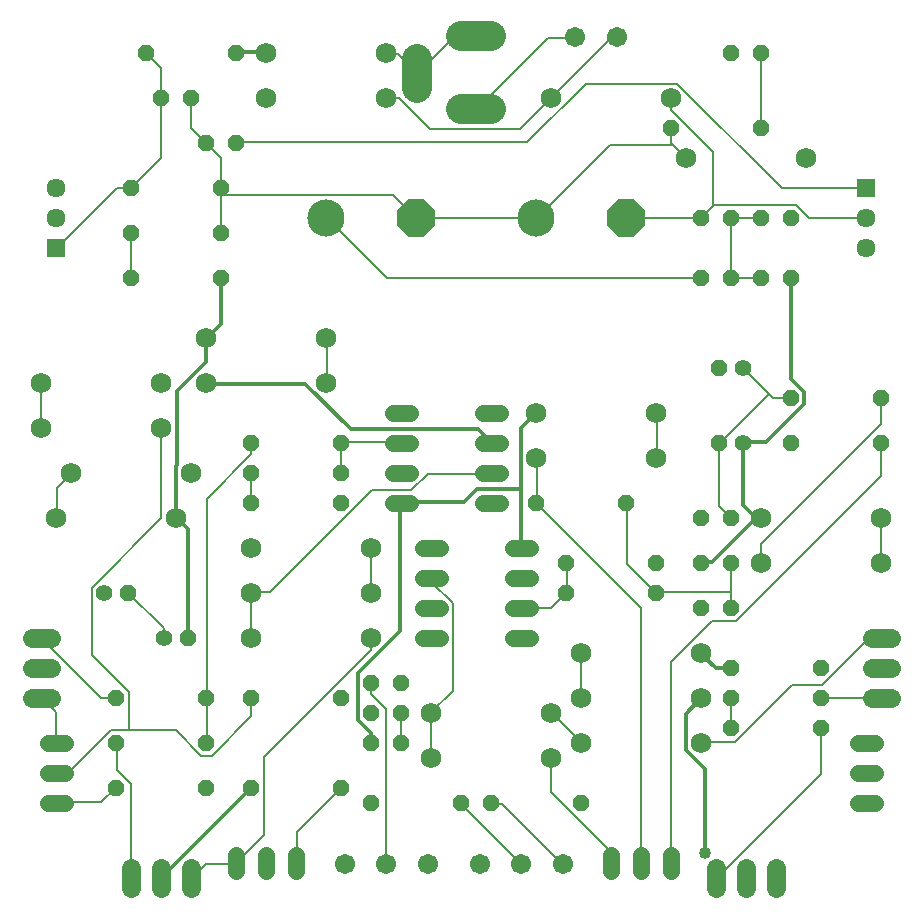
<source format=gtl>
G75*
%MOIN*%
%OFA0B0*%
%FSLAX25Y25*%
%IPPOS*%
%LPD*%
%AMOC8*
5,1,8,0,0,1.08239X$1,22.5*
%
%ADD10OC8,0.12400*%
%ADD11C,0.12400*%
%ADD12OC8,0.05600*%
%ADD13C,0.06800*%
%ADD14R,0.06337X0.06337*%
%ADD15C,0.06337*%
%ADD16C,0.09843*%
%ADD17C,0.05600*%
%ADD18C,0.05600*%
%ADD19C,0.06400*%
%ADD20C,0.06731*%
%ADD21C,0.00800*%
%ADD22C,0.01200*%
%ADD23C,0.04000*%
D10*
X0140000Y0235000D03*
X0210000Y0235000D03*
D11*
X0180000Y0235000D03*
X0110000Y0235000D03*
D12*
X0080000Y0260000D03*
X0070000Y0260000D03*
X0075000Y0245000D03*
X0075000Y0230000D03*
X0075000Y0215000D03*
X0045000Y0215000D03*
X0045000Y0230000D03*
X0045000Y0245000D03*
X0055000Y0275000D03*
X0065000Y0275000D03*
X0050000Y0290000D03*
X0080000Y0290000D03*
X0085000Y0160000D03*
X0085000Y0150000D03*
X0085000Y0140000D03*
X0115000Y0140000D03*
X0115000Y0150000D03*
X0115000Y0160000D03*
X0064000Y0095000D03*
X0070000Y0075000D03*
X0070000Y0060000D03*
X0070000Y0045000D03*
X0085000Y0045000D03*
X0085000Y0075000D03*
X0115000Y0075000D03*
X0125000Y0070000D03*
X0125000Y0060000D03*
X0135000Y0060000D03*
X0135000Y0070000D03*
X0135000Y0080000D03*
X0125000Y0080000D03*
X0115000Y0045000D03*
X0125000Y0040000D03*
X0155000Y0040000D03*
X0165000Y0040000D03*
X0195000Y0040000D03*
X0245000Y0065000D03*
X0245000Y0075000D03*
X0245000Y0085000D03*
X0245000Y0105000D03*
X0235000Y0105000D03*
X0235000Y0120000D03*
X0245000Y0120000D03*
X0245000Y0135000D03*
X0235000Y0135000D03*
X0220000Y0120000D03*
X0220000Y0110000D03*
X0190000Y0110000D03*
X0190000Y0120000D03*
X0180000Y0140000D03*
X0210000Y0140000D03*
X0241000Y0160000D03*
X0241000Y0185000D03*
X0265000Y0175000D03*
X0265000Y0160000D03*
X0295000Y0160000D03*
X0295000Y0175000D03*
X0265000Y0215000D03*
X0255000Y0215000D03*
X0245000Y0215000D03*
X0235000Y0215000D03*
X0235000Y0235000D03*
X0245000Y0235000D03*
X0255000Y0235000D03*
X0265000Y0235000D03*
X0255000Y0265000D03*
X0255000Y0290000D03*
X0245000Y0290000D03*
X0225000Y0265000D03*
X0275000Y0085000D03*
X0275000Y0075000D03*
X0275000Y0065000D03*
X0044000Y0110000D03*
X0040000Y0075000D03*
X0040000Y0060000D03*
X0040000Y0045000D03*
D13*
X0085000Y0095000D03*
X0085000Y0110000D03*
X0085000Y0125000D03*
X0060000Y0135000D03*
X0065000Y0150000D03*
X0055000Y0165000D03*
X0055000Y0180000D03*
X0070000Y0180000D03*
X0070000Y0195000D03*
X0110000Y0195000D03*
X0110000Y0180000D03*
X0125000Y0125000D03*
X0125000Y0110000D03*
X0125000Y0095000D03*
X0145000Y0070000D03*
X0145000Y0055000D03*
X0185000Y0055000D03*
X0195000Y0060000D03*
X0185000Y0070000D03*
X0195000Y0075000D03*
X0195000Y0090000D03*
X0235000Y0090000D03*
X0235000Y0075000D03*
X0235000Y0060000D03*
X0255000Y0120000D03*
X0255000Y0135000D03*
X0220000Y0155000D03*
X0220000Y0170000D03*
X0180000Y0170000D03*
X0180000Y0155000D03*
X0230000Y0255000D03*
X0225000Y0275000D03*
X0185000Y0275000D03*
X0130000Y0275000D03*
X0130000Y0290000D03*
X0090000Y0290000D03*
X0090000Y0275000D03*
X0015000Y0180000D03*
X0015000Y0165000D03*
X0025000Y0150000D03*
X0020000Y0135000D03*
X0270000Y0255000D03*
X0295000Y0135000D03*
X0295000Y0120000D03*
D14*
X0290000Y0245000D03*
X0020000Y0225000D03*
D15*
X0020000Y0235000D03*
X0020000Y0245000D03*
X0290000Y0235000D03*
X0290000Y0225000D03*
D16*
X0164921Y0271260D02*
X0155079Y0271260D01*
X0140315Y0278150D02*
X0140315Y0287992D01*
X0155079Y0295472D02*
X0164921Y0295472D01*
D17*
X0249000Y0185000D03*
X0249000Y0160000D03*
X0056000Y0095000D03*
X0036000Y0110000D03*
D18*
X0022800Y0040000D02*
X0017200Y0040000D01*
X0017200Y0050000D02*
X0022800Y0050000D01*
X0022800Y0060000D02*
X0017200Y0060000D01*
X0080000Y0022800D02*
X0080000Y0017200D01*
X0090000Y0017200D02*
X0090000Y0022800D01*
X0100000Y0022800D02*
X0100000Y0017200D01*
X0142200Y0095000D02*
X0147800Y0095000D01*
X0147800Y0105000D02*
X0142200Y0105000D01*
X0142200Y0115000D02*
X0147800Y0115000D01*
X0147800Y0125000D02*
X0142200Y0125000D01*
X0137800Y0140000D02*
X0132200Y0140000D01*
X0132200Y0150000D02*
X0137800Y0150000D01*
X0137800Y0160000D02*
X0132200Y0160000D01*
X0132200Y0170000D02*
X0137800Y0170000D01*
X0162200Y0170000D02*
X0167800Y0170000D01*
X0167800Y0160000D02*
X0162200Y0160000D01*
X0162200Y0150000D02*
X0167800Y0150000D01*
X0167800Y0140000D02*
X0162200Y0140000D01*
X0172200Y0125000D02*
X0177800Y0125000D01*
X0177800Y0115000D02*
X0172200Y0115000D01*
X0172200Y0105000D02*
X0177800Y0105000D01*
X0177800Y0095000D02*
X0172200Y0095000D01*
X0205000Y0022800D02*
X0205000Y0017200D01*
X0215000Y0017200D02*
X0215000Y0022800D01*
X0225000Y0022800D02*
X0225000Y0017200D01*
X0287200Y0040000D02*
X0292800Y0040000D01*
X0292800Y0050000D02*
X0287200Y0050000D01*
X0287200Y0060000D02*
X0292800Y0060000D01*
D19*
X0291800Y0075000D02*
X0298200Y0075000D01*
X0298200Y0085000D02*
X0291800Y0085000D01*
X0291800Y0095000D02*
X0298200Y0095000D01*
X0260000Y0018200D02*
X0260000Y0011800D01*
X0250000Y0011800D02*
X0250000Y0018200D01*
X0240000Y0018200D02*
X0240000Y0011800D01*
X0065000Y0011800D02*
X0065000Y0018200D01*
X0055000Y0018200D02*
X0055000Y0011800D01*
X0045000Y0011800D02*
X0045000Y0018200D01*
X0018200Y0075000D02*
X0011800Y0075000D01*
X0011800Y0085000D02*
X0018200Y0085000D01*
X0018200Y0095000D02*
X0011800Y0095000D01*
D20*
X0116220Y0019606D03*
X0130000Y0019606D03*
X0143780Y0019606D03*
X0161220Y0019606D03*
X0175000Y0019606D03*
X0188780Y0019606D03*
X0193110Y0295394D03*
X0206890Y0295394D03*
D21*
X0206600Y0295000D01*
X0205000Y0295000D01*
X0185000Y0275000D01*
X0174600Y0264600D01*
X0144600Y0264600D01*
X0134200Y0275000D01*
X0130000Y0275000D01*
X0140315Y0283071D02*
X0140600Y0283400D01*
X0152600Y0295400D01*
X0159800Y0295400D01*
X0160000Y0295472D01*
X0140200Y0283400D02*
X0140315Y0283071D01*
X0140200Y0283400D02*
X0133800Y0289800D01*
X0130200Y0289800D01*
X0130000Y0290000D01*
X0160000Y0271260D02*
X0160200Y0271400D01*
X0183800Y0295000D01*
X0193000Y0295000D01*
X0193110Y0295394D01*
X0196600Y0279800D02*
X0177000Y0260200D01*
X0080200Y0260200D01*
X0080000Y0260000D01*
X0075000Y0255000D02*
X0070000Y0260000D01*
X0065000Y0265000D01*
X0065000Y0275000D01*
X0055000Y0275000D02*
X0055000Y0285000D01*
X0050000Y0290000D01*
X0055000Y0275000D02*
X0055000Y0255000D01*
X0045000Y0245000D01*
X0040200Y0245000D01*
X0020200Y0225000D01*
X0020000Y0225000D01*
X0045000Y0230000D02*
X0045000Y0215000D01*
X0075000Y0230000D02*
X0075000Y0242600D01*
X0075000Y0245000D01*
X0075000Y0255000D01*
X0075000Y0242600D02*
X0132200Y0242600D01*
X0139800Y0235000D01*
X0140000Y0235000D01*
X0180000Y0235000D01*
X0180200Y0235000D01*
X0204600Y0259400D01*
X0225000Y0259400D01*
X0225200Y0259600D01*
X0225000Y0259800D01*
X0225000Y0265000D01*
X0225200Y0259600D02*
X0229800Y0255000D01*
X0230000Y0255000D01*
X0239000Y0257000D02*
X0239000Y0239400D01*
X0239200Y0239200D01*
X0239400Y0239400D01*
X0266600Y0239400D01*
X0271000Y0235000D01*
X0290000Y0235000D01*
X0290000Y0245000D02*
X0261800Y0245000D01*
X0227000Y0279800D01*
X0196600Y0279800D01*
X0225000Y0275000D02*
X0225000Y0271000D01*
X0239000Y0257000D01*
X0239200Y0239200D02*
X0235000Y0235000D01*
X0210000Y0235000D01*
X0235000Y0215000D02*
X0130200Y0215000D01*
X0110200Y0235000D01*
X0110000Y0235000D01*
X0110200Y0195000D02*
X0110000Y0195000D01*
X0110200Y0195000D02*
X0110200Y0180200D01*
X0110000Y0180000D01*
X0115000Y0160200D02*
X0115000Y0160000D01*
X0115000Y0150000D01*
X0115000Y0160200D02*
X0135000Y0160200D01*
X0135000Y0160000D01*
X0143800Y0149800D02*
X0138200Y0144200D01*
X0125400Y0144200D01*
X0091400Y0110200D01*
X0085000Y0110200D01*
X0085000Y0110000D01*
X0085000Y0095000D01*
X0085000Y0075000D02*
X0085000Y0069000D01*
X0071800Y0055800D01*
X0068200Y0055800D01*
X0059800Y0064200D01*
X0044200Y0064200D01*
X0044200Y0077000D01*
X0031800Y0089400D01*
X0031800Y0111800D01*
X0055000Y0135000D01*
X0055000Y0165000D01*
X0070200Y0141400D02*
X0070200Y0075000D01*
X0070000Y0075000D01*
X0070200Y0075000D02*
X0070200Y0060200D01*
X0070000Y0060000D01*
X0089400Y0055400D02*
X0089400Y0029400D01*
X0080000Y0020000D01*
X0079800Y0019800D01*
X0069800Y0019800D01*
X0065000Y0015000D01*
X0045000Y0015000D02*
X0045000Y0046200D01*
X0040200Y0051000D01*
X0040200Y0059800D01*
X0040000Y0060000D01*
X0038200Y0064200D02*
X0044200Y0064200D01*
X0038200Y0064200D02*
X0024200Y0050200D01*
X0020200Y0050200D01*
X0020000Y0050000D01*
X0020200Y0040200D02*
X0020000Y0040000D01*
X0020200Y0040200D02*
X0035000Y0040200D01*
X0039800Y0045000D01*
X0040000Y0045000D01*
X0020000Y0060000D02*
X0019800Y0060200D01*
X0019800Y0070200D01*
X0015000Y0075000D01*
X0015000Y0095000D02*
X0035000Y0075000D01*
X0040000Y0075000D01*
X0055800Y0095000D02*
X0056000Y0095000D01*
X0055800Y0095000D02*
X0055800Y0098200D01*
X0044000Y0110000D01*
X0020200Y0135000D02*
X0020000Y0135000D01*
X0020200Y0135000D02*
X0020200Y0145000D01*
X0025000Y0149800D01*
X0025000Y0150000D01*
X0015000Y0165000D02*
X0015000Y0180000D01*
X0070200Y0141400D02*
X0085000Y0156200D01*
X0085000Y0160000D01*
X0085000Y0150000D02*
X0085000Y0140000D01*
X0125000Y0125000D02*
X0125000Y0110000D01*
X0125000Y0095000D02*
X0125000Y0091000D01*
X0089400Y0055400D01*
X0100200Y0030200D02*
X0115000Y0045000D01*
X0100200Y0030200D02*
X0100200Y0020200D01*
X0100000Y0020000D01*
X0129800Y0019800D02*
X0130000Y0019606D01*
X0129800Y0019800D02*
X0129800Y0071400D01*
X0125000Y0076200D01*
X0125000Y0080000D01*
X0135000Y0070000D02*
X0135000Y0060000D01*
X0145000Y0055000D02*
X0145000Y0070000D01*
X0145000Y0070200D01*
X0152200Y0077400D01*
X0152200Y0106600D01*
X0145000Y0113800D01*
X0145000Y0115000D01*
X0175000Y0105000D02*
X0185000Y0105000D01*
X0190000Y0110000D01*
X0190200Y0110200D01*
X0190200Y0119800D01*
X0190000Y0120000D01*
X0210200Y0119800D02*
X0210200Y0139800D01*
X0210000Y0140000D01*
X0220000Y0155000D02*
X0220200Y0155000D01*
X0220200Y0169800D01*
X0220000Y0170000D01*
X0241000Y0160000D02*
X0241000Y0159800D01*
X0257600Y0176400D01*
X0259000Y0175000D01*
X0265000Y0175000D01*
X0257600Y0176400D02*
X0249000Y0185000D01*
X0241000Y0159800D02*
X0241000Y0139000D01*
X0245000Y0135000D01*
X0255000Y0126200D02*
X0255000Y0120000D01*
X0255000Y0126200D02*
X0295000Y0166200D01*
X0295000Y0175000D01*
X0295000Y0160000D02*
X0295000Y0149000D01*
X0246600Y0100600D01*
X0238600Y0100600D01*
X0225000Y0087000D01*
X0225000Y0020000D01*
X0215000Y0020000D02*
X0215000Y0105000D01*
X0180000Y0140000D01*
X0180200Y0140200D01*
X0180200Y0155000D01*
X0180000Y0155000D01*
X0165000Y0150000D02*
X0165000Y0149800D01*
X0143800Y0149800D01*
X0195000Y0090000D02*
X0195000Y0075000D01*
X0185000Y0070200D02*
X0185000Y0070000D01*
X0185000Y0070200D02*
X0195000Y0060200D01*
X0195000Y0060000D01*
X0185000Y0055000D02*
X0185000Y0043800D01*
X0205000Y0023800D01*
X0205000Y0020000D01*
X0188780Y0019606D02*
X0188600Y0019800D01*
X0168600Y0039800D01*
X0165000Y0039800D01*
X0165000Y0040000D01*
X0155000Y0040000D02*
X0155000Y0039800D01*
X0175000Y0019800D01*
X0175000Y0019606D01*
X0235000Y0060000D02*
X0235000Y0060200D01*
X0246200Y0060200D01*
X0265400Y0079400D01*
X0275400Y0079400D01*
X0291000Y0095000D01*
X0295000Y0095000D01*
X0295000Y0075000D02*
X0275000Y0075000D01*
X0275000Y0065000D02*
X0275000Y0049800D01*
X0240200Y0015000D01*
X0240000Y0015000D01*
X0245000Y0065000D02*
X0245000Y0075000D01*
X0245000Y0105000D02*
X0245000Y0110200D01*
X0220200Y0110200D01*
X0220000Y0110000D01*
X0210200Y0119800D01*
X0245000Y0120000D02*
X0245000Y0110200D01*
X0295000Y0120000D02*
X0295000Y0135000D01*
X0255000Y0215000D02*
X0245000Y0215000D01*
X0245000Y0235000D01*
X0255000Y0235000D01*
X0255000Y0265000D02*
X0255000Y0290000D01*
D22*
X0265000Y0215000D02*
X0265000Y0181400D01*
X0269400Y0177000D01*
X0269400Y0173000D01*
X0256600Y0160200D01*
X0249400Y0160200D01*
X0249000Y0160000D01*
X0249000Y0139400D01*
X0253000Y0135400D01*
X0255000Y0135000D01*
X0253400Y0135000D01*
X0238600Y0120200D01*
X0235000Y0120200D01*
X0235000Y0120000D01*
X0235000Y0090000D02*
X0235000Y0089800D01*
X0239800Y0085000D01*
X0245000Y0085000D01*
X0235000Y0075000D02*
X0229800Y0069800D01*
X0229800Y0057800D01*
X0236200Y0051400D01*
X0236200Y0023400D01*
X0175000Y0125000D02*
X0175000Y0144600D01*
X0160200Y0144600D01*
X0155800Y0140200D01*
X0135000Y0140200D01*
X0135000Y0140000D01*
X0134600Y0139800D01*
X0134600Y0097400D01*
X0120600Y0083400D01*
X0120600Y0067800D01*
X0125000Y0063400D01*
X0125000Y0060000D01*
X0085000Y0045000D02*
X0055000Y0015000D01*
X0063800Y0095000D02*
X0064000Y0095000D01*
X0063800Y0095000D02*
X0063800Y0131400D01*
X0060200Y0135000D01*
X0060000Y0135000D01*
X0059800Y0135400D01*
X0059800Y0152200D01*
X0060200Y0152600D01*
X0060200Y0177400D01*
X0069800Y0187000D01*
X0069800Y0194600D01*
X0070000Y0195000D01*
X0070200Y0195000D01*
X0075000Y0199800D01*
X0075000Y0215000D01*
X0070000Y0180000D02*
X0070200Y0179800D01*
X0103000Y0179800D01*
X0118200Y0164600D01*
X0160600Y0164600D01*
X0165000Y0160200D01*
X0165000Y0160000D01*
X0175000Y0165000D02*
X0180000Y0170000D01*
X0175000Y0165000D02*
X0175000Y0144600D01*
X0090000Y0290000D02*
X0089800Y0290200D01*
X0080200Y0290200D01*
X0080000Y0290000D01*
D23*
X0236200Y0023400D03*
M02*

</source>
